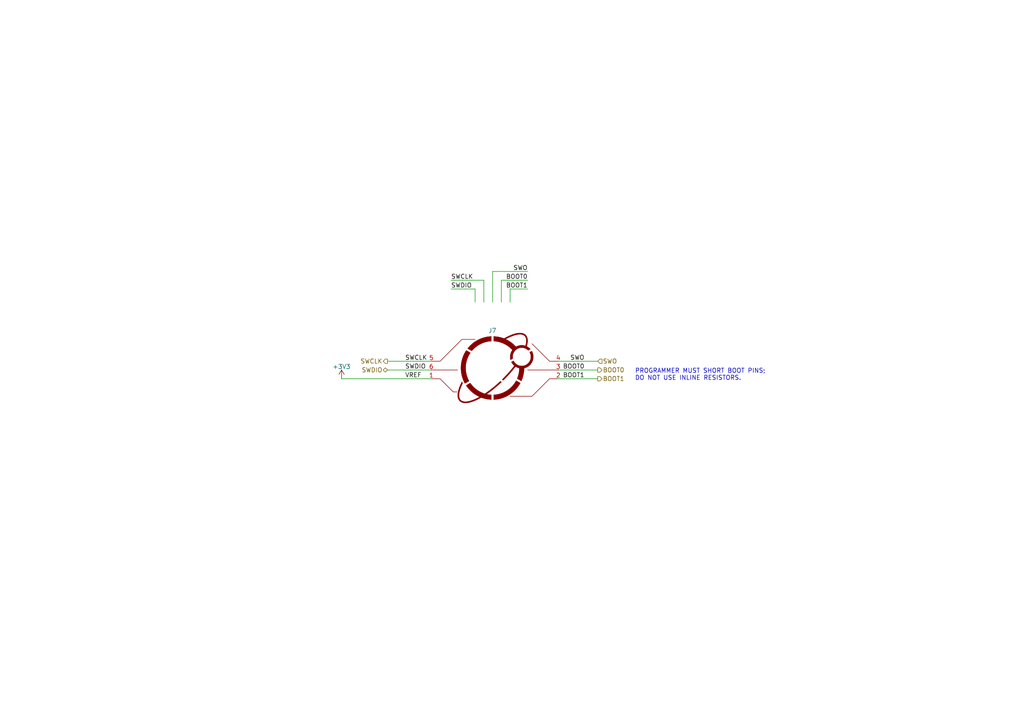
<source format=kicad_sch>
(kicad_sch (version 20230121) (generator eeschema)

  (uuid 59661832-508f-4d79-9567-6c2dc1683514)

  (paper "A4")

  (title_block
    (title "Oro Link")
    (date "2023-05-03")
    (rev "4")
    (company "Oro Operating System")
    (comment 1 "://oro.sh")
    (comment 2 "Joshua Lee Junon")
  )

  (lib_symbols
    (symbol "Oro:OroConn6p" (pin_names (offset 0.002) hide) (in_bom no) (on_board yes)
      (property "Reference" "J?" (at 0 10.16 0)
        (effects (font (size 1.27 1.27)))
      )
      (property "Value" "OroConn6p" (at 0 -14.3768 0)
        (effects (font (size 1.27 1.27)) hide)
      )
      (property "Footprint" "Oro Footprints:OroConn6p" (at 1.1951 -1.2856 0)
        (effects (font (size 1.27 1.27)) hide)
      )
      (property "Datasheet" "" (at 1.1951 -1.2856 0)
        (effects (font (size 1.27 1.27)) hide)
      )
      (property "Sim.Enable" "0" (at 0 0 0)
        (effects (font (size 1.27 1.27)) hide)
      )
      (property "ki_description" "Oro Logo Connector 6 position" (at 0 0 0)
        (effects (font (size 1.27 1.27)) hide)
      )
      (symbol "OroConn6p_0_0"
        (polyline
          (pts
            (xy -6.0375 4.2888)
            (xy -5.9995 4.3233)
            (xy -5.9438 4.3791)
            (xy -5.8751 4.4514)
            (xy -5.7983 4.5353)
            (xy -5.5925 4.7551)
            (xy -5.1969 5.1329)
            (xy -4.775 5.4821)
            (xy -4.3295 5.8012)
            (xy -3.8627 6.0886)
            (xy -3.3771 6.3429)
            (xy -2.8754 6.5626)
            (xy -2.3599 6.7462)
            (xy -1.8332 6.8922)
            (xy -1.6045 6.9429)
            (xy -1.3572 6.989)
            (xy -1.0966 7.0284)
            (xy -0.8138 7.0625)
            (xy -0.4999 7.0926)
            (xy -0.3649 7.1042)
            (xy -0.3649 7.7948)
            (xy -0.3649 8.4853)
            (xy -0.4899 8.4742)
            (xy -0.5743 8.4671)
            (xy -0.6769 8.4589)
            (xy -0.7749 8.4515)
            (xy -0.8362 8.4465)
            (xy -0.9429 8.4362)
            (xy -1.0612 8.4236)
            (xy -1.1749 8.4103)
            (xy -1.1856 8.409)
            (xy -1.772 8.3159)
            (xy -2.3509 8.1841)
            (xy -2.9202 8.0147)
            (xy -3.4775 7.8086)
            (xy -4.0205 7.5669)
            (xy -4.547 7.2905)
            (xy -5.0548 6.9804)
            (xy -5.5415 6.6378)
            (xy -6.0049 6.2635)
            (xy -6.0793 6.1979)
            (xy -6.2436 6.0461)
            (xy -6.4181 5.8767)
            (xy -6.5961 5.6967)
            (xy -6.7705 5.5134)
            (xy -6.9347 5.334)
            (xy -7.0816 5.1654)
            (xy -7.2043 5.0151)
            (xy -7.2468 4.9607)
            (xy -7.1409 4.9006)
            (xy -7.097 4.8755)
            (xy -7.0233 4.833)
            (xy -6.9265 4.7769)
            (xy -6.8124 4.7106)
            (xy -6.6866 4.6374)
            (xy -6.5549 4.5608)
            (xy -6.5422 4.5533)
            (xy -6.417 4.4809)
            (xy -6.303 4.4157)
            (xy -6.2048 4.3604)
            (xy -6.1271 4.3176)
            (xy -6.0746 4.2899)
            (xy -6.0519 4.2799)
            (xy -6.0375 4.2888)
          )
          (stroke (width 0.01) (type default))
          (fill (type outline))
        )
        (polyline
          (pts
            (xy 0.4505 -9.8509)
            (xy 0.5564 -9.8448)
            (xy 0.6862 -9.8346)
            (xy 0.831 -9.8213)
            (xy 0.9818 -9.8055)
            (xy 1.1295 -9.7882)
            (xy 1.2651 -9.7703)
            (xy 1.2781 -9.7685)
            (xy 1.8747 -9.6629)
            (xy 2.4585 -9.5195)
            (xy 3.0287 -9.3387)
            (xy 3.5846 -9.1207)
            (xy 4.1256 -8.866)
            (xy 4.6508 -8.5748)
            (xy 5.1596 -8.2474)
            (xy 5.6513 -7.8843)
            (xy 6.1251 -7.4857)
            (xy 6.3398 -7.2878)
            (xy 6.567 -7.0632)
            (xy 6.7822 -6.832)
            (xy 6.9946 -6.5841)
            (xy 7.2136 -6.3095)
            (xy 7.2794 -6.2229)
            (xy 7.3743 -6.0936)
            (xy 7.4713 -5.9569)
            (xy 7.568 -5.8166)
            (xy 7.6617 -5.6769)
            (xy 7.75 -5.5416)
            (xy 7.8302 -5.4148)
            (xy 7.8998 -5.3004)
            (xy 7.9563 -5.2026)
            (xy 7.997 -5.1252)
            (xy 8.0194 -5.0723)
            (xy 8.021 -5.0479)
            (xy 8.0208 -5.0476)
            (xy 7.999 -5.0339)
            (xy 7.948 -5.0034)
            (xy 7.8728 -4.9591)
            (xy 7.7782 -4.9038)
            (xy 7.6692 -4.8403)
            (xy 7.5506 -4.7714)
            (xy 7.4274 -4.7)
            (xy 7.3044 -4.6289)
            (xy 7.1865 -4.561)
            (xy 7.0787 -4.4991)
            (xy 6.9859 -4.446)
            (xy 6.9129 -4.4046)
            (xy 6.8646 -4.3776)
            (xy 6.846 -4.368)
            (xy 6.8382 -4.3782)
            (xy 6.8139 -4.4169)
            (xy 6.7777 -4.4776)
            (xy 6.7339 -4.5531)
            (xy 6.7186 -4.5796)
            (xy 6.4241 -5.0492)
            (xy 6.098 -5.4953)
            (xy 5.7421 -5.9162)
            (xy 5.3583 -6.3106)
            (xy 4.9481 -6.677)
            (xy 4.5135 -7.0139)
            (xy 4.0561 -7.3199)
            (xy 3.5777 -7.5935)
            (xy 3.0801 -7.8332)
            (xy 2.5651 -8.0376)
            (xy 2.3341 -8.1147)
            (xy 1.9785 -8.2166)
            (xy 1.6087 -8.3048)
            (xy 1.2362 -8.3768)
            (xy 0.8728 -8.4301)
            (xy 0.5301 -8.4623)
            (xy 0.3151 -8.476)
            (xy 0.3151 -9.1642)
            (xy 0.3151 -9.8523)
            (xy 0.394 -9.8523)
            (xy 0.4505 -9.8509)
          )
          (stroke (width 0.01) (type default))
          (fill (type outline))
        )
        (polyline
          (pts
            (xy -7.9952 -5.1338)
            (xy -7.9361 -5.1067)
            (xy -7.8502 -5.062)
            (xy -7.7353 -4.9983)
            (xy -7.5889 -4.9146)
            (xy -7.5138 -4.8712)
            (xy -7.3845 -4.7964)
            (xy -7.2613 -4.7252)
            (xy -7.1514 -4.6617)
            (xy -7.0619 -4.61)
            (xy -6.9999 -4.5742)
            (xy -6.9672 -4.5548)
            (xy -6.9045 -4.5149)
            (xy -6.8612 -4.4831)
            (xy -6.8449 -4.465)
            (xy -6.8496 -4.4503)
            (xy -6.8699 -4.4054)
            (xy -6.9025 -4.3398)
            (xy -6.9435 -4.2616)
            (xy -7.0274 -4.0978)
            (xy -7.175 -3.7742)
            (xy -7.3131 -3.426)
            (xy -7.4383 -3.063)
            (xy -7.5475 -2.6952)
            (xy -7.6372 -2.3323)
            (xy -7.7043 -1.9841)
            (xy -7.7454 -1.6953)
            (xy -7.7889 -1.2349)
            (xy -7.8075 -0.7696)
            (xy -7.8012 -0.3083)
            (xy -7.77 0.1399)
            (xy -7.7137 0.5659)
            (xy -7.7013 0.6381)
            (xy -7.5898 1.164)
            (xy -7.4433 1.6808)
            (xy -7.2635 2.1844)
            (xy -7.0519 2.6706)
            (xy -6.81 3.1355)
            (xy -6.5396 3.5749)
            (xy -6.5193 3.6057)
            (xy -6.4808 3.6662)
            (xy -6.4556 3.7092)
            (xy -6.4482 3.7271)
            (xy -6.4519 3.7293)
            (xy -6.4834 3.7478)
            (xy -6.5435 3.7828)
            (xy -6.628 3.8317)
            (xy -6.7326 3.8922)
            (xy -6.853 3.9617)
            (xy -6.9849 4.0377)
            (xy -7.0312 4.0644)
            (xy -7.1643 4.1411)
            (xy -7.2871 4.2121)
            (xy -7.3949 4.2745)
            (xy -7.4827 4.3255)
            (xy -7.5456 4.3622)
            (xy -7.5788 4.3819)
            (xy -7.6426 4.4207)
            (xy -7.7174 4.3047)
            (xy -7.9186 3.9782)
            (xy -8.2088 3.4458)
            (xy -8.4627 2.8976)
            (xy -8.6797 2.3351)
            (xy -8.8591 1.7596)
            (xy -9.0006 1.1728)
            (xy -9.1035 0.5759)
            (xy -9.1447 0.229)
            (xy -9.1837 -0.3636)
            (xy -9.1844 -0.9593)
            (xy -9.1472 -1.5549)
            (xy -9.0723 -2.1469)
            (xy -8.9601 -2.7319)
            (xy -8.8111 -3.3066)
            (xy -8.6256 -3.8676)
            (xy -8.5964 -3.9444)
            (xy -8.5452 -4.0723)
            (xy -8.4862 -4.2132)
            (xy -8.4221 -4.3616)
            (xy -8.3553 -4.5119)
            (xy -8.2884 -4.6585)
            (xy -8.2239 -4.7959)
            (xy -8.1645 -4.9185)
            (xy -8.1126 -5.0208)
            (xy -8.0708 -5.0971)
            (xy -8.0416 -5.142)
            (xy -8.0299 -5.1444)
            (xy -7.9952 -5.1338)
          )
          (stroke (width 0.01) (type default))
          (fill (type outline))
        )
        (polyline
          (pts
            (xy 8.3352 -4.4479)
            (xy 8.3464 -4.4291)
            (xy 8.3691 -4.3794)
            (xy 8.4006 -4.3053)
            (xy 8.4385 -4.2133)
            (xy 8.48 -4.1096)
            (xy 8.5228 -4.0008)
            (xy 8.5641 -3.8932)
            (xy 8.6015 -3.7933)
            (xy 8.6323 -3.7075)
            (xy 8.6433 -3.6757)
            (xy 8.8068 -3.1437)
            (xy 8.9396 -2.5924)
            (xy 9.0405 -2.0293)
            (xy 9.1081 -1.4621)
            (xy 9.1408 -0.8982)
            (xy 9.1451 -0.7411)
            (xy 9.3751 -0.6749)
            (xy 9.6699 -0.5765)
            (xy 9.989 -0.4343)
            (xy 10.2871 -0.2599)
            (xy 10.5679 -0.0511)
            (xy 10.8351 0.1944)
            (xy 10.9459 0.311)
            (xy 11.1353 0.5386)
            (xy 11.2986 0.7784)
            (xy 11.4446 1.0429)
            (xy 11.4931 1.1431)
            (xy 11.6116 1.4265)
            (xy 11.6992 1.7073)
            (xy 11.7593 1.9978)
            (xy 11.7952 2.3098)
            (xy 11.8019 2.4552)
            (xy 11.8018 2.6285)
            (xy 11.7949 2.8066)
            (xy 11.7817 2.9747)
            (xy 11.7629 3.1179)
            (xy 11.7404 3.229)
            (xy 11.7069 3.3661)
            (xy 11.6671 3.5102)
            (xy 11.6254 3.6462)
            (xy 11.586 3.7588)
            (xy 11.5729 3.792)
            (xy 11.5302 3.8944)
            (xy 11.4857 3.9933)
            (xy 11.4428 4.0819)
            (xy 11.4047 4.1534)
            (xy 11.3749 4.2013)
            (xy 11.3566 4.2188)
            (xy 11.3538 4.218)
            (xy 11.3237 4.2038)
            (xy 11.2683 4.1747)
            (xy 11.1949 4.1346)
            (xy 11.1106 4.0877)
            (xy 11.0228 4.038)
            (xy 10.9386 3.9898)
            (xy 10.8654 3.947)
            (xy 10.8104 3.9137)
            (xy 10.7808 3.894)
            (xy 10.7742 3.8842)
            (xy 10.776 3.8542)
            (xy 10.795 3.8019)
            (xy 10.8331 3.7215)
            (xy 10.9452 3.4658)
            (xy 11.0324 3.1816)
            (xy 11.0837 2.8876)
            (xy 11.1003 2.5775)
            (xy 11.098 2.4178)
            (xy 11.0889 2.2631)
            (xy 11.0713 2.1226)
            (xy 11.0434 1.9826)
            (xy 11.0035 1.8298)
            (xy 11.0026 1.8267)
            (xy 10.8984 1.5322)
            (xy 10.7595 1.2521)
            (xy 10.589 0.9898)
            (xy 10.3899 0.7486)
            (xy 10.1654 0.5319)
            (xy 9.9185 0.3431)
            (xy 9.6523 0.1853)
            (xy 9.3699 0.0621)
            (xy 9.1329 -0.0123)
            (xy 8.8144 -0.0769)
            (xy 8.4955 -0.1022)
            (xy 8.1785 -0.0886)
            (xy 7.8658 -0.0362)
            (xy 7.5598 0.0546)
            (xy 7.2627 0.1835)
            (xy 6.977 0.3503)
            (xy 6.8644 0.4307)
            (xy 6.659 0.6053)
            (xy 6.4652 0.805)
            (xy 6.2921 1.0202)
            (xy 6.1486 1.2414)
            (xy 6.0611 1.3949)
            (xy 5.7631 1.2229)
            (xy 5.6834 1.1769)
            (xy 5.5953 1.1258)
            (xy 5.5247 1.0846)
            (xy 5.4771 1.0567)
            (xy 5.4585 1.0454)
            (xy 5.459 1.0378)
            (xy 5.475 1.002)
            (xy 5.507 0.9436)
            (xy 5.5507 0.8693)
            (xy 5.602 0.7859)
            (xy 5.657 0.7)
            (xy 5.7114 0.6185)
            (xy 5.7611 0.548)
            (xy 5.7716 0.534)
            (xy 5.8362 0.454)
            (xy 5.9184 0.3594)
            (xy 6.0087 0.2608)
            (xy 6.0976 0.169)
            (xy 6.315 -0.0478)
            (xy 6.1014 -0.3214)
            (xy 5.7039 -0.821)
            (xy 5.1328 -1.5074)
            (xy 4.5343 -2.1913)
            (xy 3.9046 -2.8771)
            (xy 3.2401 -3.569)
            (xy 3.1631 -3.6475)
            (xy 3.0582 -3.7552)
            (xy 2.965 -3.8514)
            (xy 2.8868 -3.9327)
            (xy 2.8269 -3.9957)
            (xy 2.7886 -4.0371)
            (xy 2.7751 -4.0534)
            (xy 2.7802 -4.059)
            (xy 2.8123 -4.082)
            (xy 2.8673 -4.117)
            (xy 2.9376 -4.1594)
            (xy 3.1002 -4.2548)
            (xy 3.5834 -3.7659)
            (xy 4.0518 -3.2836)
            (xy 4.6607 -2.6297)
            (xy 5.2498 -1.9665)
            (xy 5.8129 -1.301)
            (xy 6.3439 -0.6401)
            (xy 6.3852 -0.5874)
            (xy 6.4621 -0.4904)
            (xy 6.5292 -0.4071)
            (xy 6.5829 -0.3421)
            (xy 6.6194 -0.2999)
            (xy 6.6351 -0.2848)
            (xy 6.646 -0.2887)
            (xy 6.6863 -0.3085)
            (xy 6.7479 -0.3412)
            (xy 6.8228 -0.3825)
            (xy 6.8497 -0.3973)
            (xy 7.0244 -0.4843)
            (xy 7.2166 -0.5666)
            (xy 7.4098 -0.6377)
            (xy 7.5878 -0.691)
            (xy 7.7606 -0.7351)
            (xy 7.7486 -1.0554)
            (xy 7.7159 -1.5168)
            (xy 7.645 -2.0278)
            (xy 7.5387 -2.5377)
            (xy 7.3987 -3.0395)
            (xy 7.2264 -3.5262)
            (xy 7.2239 -3.5326)
            (xy 7.1902 -3.6198)
            (xy 7.1635 -3.6918)
            (xy 7.1465 -3.7412)
            (xy 7.1417 -3.7609)
            (xy 7.1527 -3.7676)
            (xy 7.1946 -3.7924)
            (xy 7.264 -3.833)
            (xy 7.3568 -3.8872)
            (xy 7.4692 -3.9525)
            (xy 7.597 -4.0266)
            (xy 7.7362 -4.1072)
            (xy 7.8438 -4.1694)
            (xy 7.975 -4.2449)
            (xy 8.0918 -4.3118)
            (xy 8.1903 -4.3679)
            (xy 8.2664 -4.4108)
            (xy 8.316 -4.4383)
            (xy 8.3351 -4.448)
            (xy 8.3352 -4.4479)
          )
          (stroke (width 0.01) (type default))
          (fill (type outline))
        )
        (polyline
          (pts
            (xy -7.7299 -10.8281)
            (xy -7.5573 -10.8204)
            (xy -7.3976 -10.8085)
            (xy -7.2615 -10.7927)
            (xy -6.9697 -10.7426)
            (xy -6.5325 -10.6428)
            (xy -6.0755 -10.5108)
            (xy -5.6002 -10.3471)
            (xy -5.1081 -10.1522)
            (xy -4.6007 -9.9268)
            (xy -4.0795 -9.6715)
            (xy -3.5459 -9.3866)
            (xy -3.3168 -9.2595)
            (xy -2.9759 -9.3748)
            (xy -2.5409 -9.5103)
            (xy -1.9621 -9.6553)
            (xy -1.3748 -9.7621)
            (xy -0.7749 -9.8317)
            (xy -0.685 -9.8388)
            (xy -0.5864 -9.8456)
            (xy -0.5041 -9.8503)
            (xy -0.4499 -9.8521)
            (xy -0.3649 -9.8523)
            (xy -0.3649 -9.1647)
            (xy -0.3649 -8.4771)
            (xy -0.577 -8.4634)
            (xy -0.6648 -8.4567)
            (xy -0.7971 -8.4438)
            (xy -0.9406 -8.4273)
            (xy -1.0889 -8.4081)
            (xy -1.2356 -8.3873)
            (xy -1.3744 -8.3657)
            (xy -1.4989 -8.3443)
            (xy -1.6027 -8.3242)
            (xy -1.6794 -8.3061)
            (xy -1.7227 -8.2912)
            (xy -1.7261 -8.2888)
            (xy -1.7234 -8.2704)
            (xy -1.6897 -8.2383)
            (xy -1.6227 -8.1901)
            (xy -1.3264 -7.9857)
            (xy -0.931 -7.7017)
            (xy -0.519 -7.3938)
            (xy -0.0951 -7.0661)
            (xy 0.3357 -6.7226)
            (xy 0.7686 -6.3671)
            (xy 1.1987 -6.0037)
            (xy 1.6211 -5.6363)
            (xy 2.0309 -5.2688)
            (xy 2.4232 -4.9054)
            (xy 2.6014 -4.7374)
            (xy 2.4387 -4.6427)
            (xy 2.399 -4.62)
            (xy 2.3322 -4.5831)
            (xy 2.2826 -4.5576)
            (xy 2.2589 -4.5481)
            (xy 2.2559 -4.5494)
            (xy 2.2286 -4.5701)
            (xy 2.1781 -4.6128)
            (xy 2.1089 -4.6736)
            (xy 2.0256 -4.7484)
            (xy 1.9328 -4.8334)
            (xy 1.566 -5.1674)
            (xy 1.0386 -5.6323)
            (xy 0.5053 -6.0852)
            (xy -0.0293 -6.5223)
            (xy -0.5607 -6.94)
            (xy -1.0843 -7.3348)
            (xy -1.5956 -7.703)
            (xy -2.0901 -8.0409)
            (xy -2.2652 -8.1571)
            (xy -2.5164 -8.0728)
            (xy -2.6834 -8.0144)
            (xy -3.1825 -7.8125)
            (xy -3.6704 -7.5735)
            (xy -4.144 -7.2994)
            (xy -4.5999 -6.9918)
            (xy -5.0349 -6.6528)
            (xy -5.0368 -6.6512)
            (xy -5.1459 -6.5557)
            (xy -5.2734 -6.4372)
            (xy -5.4124 -6.3027)
            (xy -5.556 -6.1592)
            (xy -5.6973 -6.014)
            (xy -5.8292 -5.8738)
            (xy -5.9449 -5.7459)
            (xy -6.0373 -5.6372)
            (xy -6.1166 -5.5378)
            (xy -6.2151 -5.4102)
            (xy -6.3136 -5.2793)
            (xy -6.4034 -5.1563)
            (xy -6.476 -5.0527)
            (xy -6.4762 -5.0526)
            (xy -6.4961 -5.0622)
            (xy -6.5453 -5.089)
            (xy -6.619 -5.1301)
            (xy -6.7123 -5.1829)
            (xy -6.8203 -5.2443)
            (xy -6.9381 -5.3118)
            (xy -7.061 -5.3824)
            (xy -7.184 -5.4534)
            (xy -7.3024 -5.522)
            (xy -7.4111 -5.5854)
            (xy -7.5054 -5.6407)
            (xy -7.5805 -5.6853)
            (xy -7.6314 -5.7162)
            (xy -7.6532 -5.7307)
            (xy -7.6563 -5.7404)
            (xy -7.6455 -5.7743)
            (xy -7.6138 -5.8317)
            (xy -7.5601 -5.9144)
            (xy -7.4832 -6.0243)
            (xy -7.3821 -6.1633)
            (xy -7.2076 -6.3904)
            (xy -6.9067 -6.7468)
            (xy -6.5785 -7.0977)
            (xy -6.2306 -7.4358)
            (xy -5.8702 -7.7535)
            (xy -5.5049 -8.0434)
            (xy -5.3763 -8.1376)
            (xy -5.0964 -8.33)
            (xy -4.8013 -8.5178)
            (xy -4.5016 -8.6948)
            (xy -4.2076 -8.8546)
            (xy -3.9299 -8.9909)
            (xy -3.9106 -8.9999)
            (xy -3.8466 -9.0317)
            (xy -3.8018 -9.0572)
            (xy -3.7849 -9.0713)
            (xy -3.7905 -9.0767)
            (xy -3.8257 -9.0986)
            (xy -3.8896 -9.1341)
            (xy -3.9774 -9.1809)
            (xy -4.0842 -9.2366)
            (xy -4.2053 -9.2987)
            (xy -4.3361 -9.3649)
            (xy -4.4716 -9.4327)
            (xy -4.6072 -9.4998)
            (xy -4.7381 -9.5638)
            (xy -4.8595 -9.6222)
            (xy -4.9667 -9.6726)
            (xy -5.0549 -9.7127)
            (xy -5.1942 -9.7734)
            (xy -5.6632 -9.9638)
            (xy -6.111 -10.1232)
            (xy -6.54 -10.2522)
            (xy -6.9524 -10.3515)
            (xy -7.3506 -10.4219)
            (xy -7.4342 -10.432)
            (xy -7.5889 -10.444)
            (xy -7.7581 -10.4507)
            (xy -7.9312 -10.4519)
            (xy -8.0971 -10.4476)
            (xy -8.2452 -10.438)
            (xy -8.3644 -10.4229)
            (xy -8.4093 -10.4146)
            (xy -8.6704 -10.347)
            (xy -8.9027 -10.2519)
            (xy -9.1064 -10.1287)
            (xy -9.282 -9.9772)
            (xy -9.4297 -9.7971)
            (xy -9.5498 -9.588)
            (xy -9.6428 -9.3497)
            (xy -9.7088 -9.0817)
            (xy -9.7197 -8.9981)
            (xy -9.7276 -8.8815)
            (xy -9.7324 -8.7434)
            (xy -9.7338 -8.5933)
            (xy -9.732 -8.4406)
            (xy -9.727 -8.2947)
            (xy -9.7188 -8.165)
            (xy -9.7073 -8.0609)
            (xy -9.675 -7.8647)
            (xy -9.5822 -7.4346)
            (xy -9.4568 -6.9852)
            (xy -9.2994 -6.5182)
            (xy -9.1105 -6.0355)
            (xy -8.8907 -5.5389)
            (xy -8.8505 -5.4527)
            (xy -8.8036 -5.3514)
            (xy -8.7639 -5.2649)
            (xy -8.7347 -5.2005)
            (xy -8.7192 -5.1651)
            (xy -8.7123 -5.1425)
            (xy -8.7116 -5.1101)
            (xy -8.7219 -5.0659)
            (xy -8.7452 -5.0018)
            (xy -8.7834 -4.9097)
            (xy -8.8134 -4.8414)
            (xy -8.8469 -4.7695)
            (xy -8.873 -4.7185)
            (xy -8.8879 -4.6964)
            (xy -8.8907 -4.697)
            (xy -8.9094 -4.7213)
            (xy -8.9414 -4.776)
            (xy -8.9846 -4.8564)
            (xy -9.0365 -4.9579)
            (xy -9.095 -5.0758)
            (xy -9.1578 -5.2055)
            (xy -9.2225 -5.3424)
            (xy -9.2869 -5.4817)
            (xy -9.3487 -5.6188)
            (xy -9.4055 -5.7491)
            (xy -9.4351 -5.8186)
            (xy -9.6255 -6.297)
            (xy -9.7852 -6.7558)
            (xy -9.9141 -7.1943)
            (xy -10.0121 -7.612)
            (xy -10.0791 -8.0081)
            (xy -10.1149 -8.3821)
            (xy -10.1195 -8.7334)
            (xy -10.0928 -9.0613)
            (xy -10.0346 -9.3653)
            (xy -9.9844 -9.535)
            (xy -9.8776 -9.7904)
            (xy -9.7405 -10.0204)
            (xy -9.5742 -10.2241)
            (xy -9.3798 -10.4005)
            (xy -9.1586 -10.5485)
            (xy -8.9116 -10.6673)
            (xy -8.64 -10.7558)
            (xy -8.3449 -10.813)
            (xy -8.3416 -10.8135)
            (xy -8.2215 -10.8243)
            (xy -8.0725 -10.8303)
            (xy -7.9052 -10.8315)
            (xy -7.7299 -10.8281)
          )
          (stroke (width 0.01) (type default))
          (fill (type outline))
        )
        (polyline
          (pts
            (xy 5.2603 1.7012)
            (xy 5.2689 1.7065)
            (xy 5.3128 1.7328)
            (xy 5.3812 1.7728)
            (xy 5.4664 1.8223)
            (xy 5.5609 1.8767)
            (xy 5.6013 1.9)
            (xy 5.6876 1.9508)
            (xy 5.7582 1.9937)
            (xy 5.8068 2.0248)
            (xy 5.827 2.0402)
            (xy 5.8271 2.0404)
            (xy 5.829 2.0666)
            (xy 5.8269 2.124)
            (xy 5.8212 2.2042)
            (xy 5.8124 2.2991)
            (xy 5.8042 2.4038)
            (xy 5.8043 2.6813)
            (xy 5.8336 2.9634)
            (xy 5.8904 3.2381)
            (xy 5.973 3.493)
            (xy 6.0851 3.7415)
            (xy 6.2475 4.0182)
            (xy 6.4378 4.2702)
            (xy 6.6535 4.496)
            (xy 6.8918 4.6937)
            (xy 7.1502 4.8618)
            (xy 7.426 4.9985)
            (xy 7.7165 5.1022)
            (xy 8.0191 5.1711)
            (xy 8.331 5.2035)
            (xy 8.6498 5.1978)
            (xy 8.6514 5.1977)
            (xy 8.9459 5.1598)
            (xy 9.2236 5.0928)
            (xy 9.4893 4.9948)
            (xy 9.7477 4.8637)
            (xy 10.0036 4.6973)
            (xy 10.2619 4.4936)
            (xy 10.3502 4.4181)
            (xy 10.6476 4.5907)
            (xy 10.7265 4.6366)
            (xy 10.8151 4.6886)
            (xy 10.8867 4.731)
            (xy 10.9353 4.7604)
            (xy 10.9551 4.7732)
            (xy 10.9538 4.7777)
            (xy 10.9322 4.805)
            (xy 10.8883 4.8524)
            (xy 10.8271 4.9147)
            (xy 10.7534 4.9869)
            (xy 10.5968 5.1286)
            (xy 10.3243 5.3374)
            (xy 10.0396 5.5109)
            (xy 10.0204 5.5215)
            (xy 9.9568 5.5603)
            (xy 9.9154 5.5923)
            (xy 9.9033 5.6124)
            (xy 9.905 5.6178)
            (xy 9.9158 5.6566)
            (xy 9.9336 5.7239)
            (xy 9.9562 5.812)
            (xy 9.9818 5.9132)
            (xy 9.9839 5.9214)
            (xy 10.0437 6.1831)
            (xy 10.0929 6.4433)
            (xy 10.1296 6.6903)
            (xy 10.1516 6.9125)
            (xy 10.1556 6.9903)
            (xy 10.1581 7.1394)
            (xy 10.1557 7.3009)
            (xy 10.1487 7.4644)
            (xy 10.1378 7.6193)
            (xy 10.1234 7.7552)
            (xy 10.106 7.8616)
            (xy 10.089 7.9369)
            (xy 10.0034 8.2175)
            (xy 9.8891 8.4704)
            (xy 9.7464 8.6955)
            (xy 9.5754 8.8924)
            (xy 9.3764 9.0609)
            (xy 9.1495 9.2008)
            (xy 8.8951 9.3117)
            (xy 8.813 9.3402)
            (xy 8.6858 9.3789)
            (xy 8.5627 9.4077)
            (xy 8.4348 9.4281)
            (xy 8.2934 9.4412)
            (xy 8.1298 9.4483)
            (xy 7.9351 9.4507)
            (xy 7.8153 9.4504)
            (xy 7.6425 9.4468)
            (xy 7.4888 9.4384)
            (xy 7.3427 9.4238)
            (xy 7.1927 9.4019)
            (xy 7.0273 9.3713)
            (xy 6.8351 9.3308)
            (xy 6.5321 9.2575)
            (xy 6.0927 9.1285)
            (xy 5.6335 8.9686)
            (xy 5.1565 8.7788)
            (xy 4.6639 8.5598)
            (xy 4.1578 8.3126)
            (xy 3.6405 8.0379)
            (xy 3.3159 7.8589)
            (xy 3.0953 7.9399)
            (xy 2.7397 8.0614)
            (xy 2.3238 8.1814)
            (xy 1.8949 8.2813)
            (xy 1.4469 8.3622)
            (xy 0.974 8.4255)
            (xy 0.4701 8.4722)
            (xy 0.3151 8.4838)
            (xy 0.3151 7.794)
            (xy 0.3151 7.6635)
            (xy 3.7678 7.6635)
            (xy 3.8359 7.7049)
            (xy 3.8446 7.7101)
            (xy 3.9121 7.7482)
            (xy 4.0081 7.7996)
            (xy 4.126 7.8611)
            (xy 4.2596 7.9296)
            (xy 4.4022 8.0016)
            (xy 4.5474 8.074)
            (xy 4.6888 8.1436)
            (xy 4.8198 8.2071)
            (xy 4.9341 8.2611)
            (xy 5.0251 8.3026)
            (xy 5.3168 8.4281)
            (xy 5.73 8.5935)
            (xy 6.1189 8.7332)
            (xy 6.4865 8.848)
            (xy 6.8358 8.9388)
            (xy 7.17 9.0064)
            (xy 7.4921 9.0517)
            (xy 7.8051 9.0755)
            (xy 7.9894 9.0786)
            (xy 8.2881 9.0605)
            (xy 8.5606 9.0125)
            (xy 8.8067 8.9348)
            (xy 9.0262 8.8276)
            (xy 9.2188 8.6908)
            (xy 9.3845 8.5248)
            (xy 9.5231 8.3295)
            (xy 9.6343 8.105)
            (xy 9.718 7.8516)
            (xy 9.7242 7.8278)
            (xy 9.7381 7.7683)
            (xy 9.7485 7.711)
            (xy 9.7558 7.6489)
            (xy 9.7606 7.5748)
            (xy 9.7633 7.4819)
            (xy 9.7646 7.363)
            (xy 9.7648 7.2111)
            (xy 9.7645 7.1133)
            (xy 9.7625 6.9581)
            (xy 9.7583 6.8315)
            (xy 9.7515 6.7263)
            (xy 9.7417 6.6352)
            (xy 9.7285 6.5506)
            (xy 9.7158 6.4837)
            (xy 9.6935 6.3749)
            (xy 9.6678 6.2575)
            (xy 9.6404 6.1382)
            (xy 9.6129 6.0238)
            (xy 9.587 5.9212)
            (xy 9.5643 5.8373)
            (xy 9.5465 5.7789)
            (xy 9.5353 5.7528)
            (xy 9.5234 5.7487)
            (xy 9.4808 5.7522)
            (xy 9.4218 5.7676)
            (xy 9.3692 5.7838)
            (xy 9.2166 5.8218)
            (xy 9.0432 5.8549)
            (xy 8.8625 5.8806)
            (xy 8.6883 5.8965)
            (xy 8.3888 5.9036)
            (xy 8.0247 5.8792)
            (xy 7.6726 5.8171)
            (xy 7.3308 5.7171)
            (xy 6.9975 5.5789)
            (xy 6.9207 5.5426)
            (xy 6.8497 5.5101)
            (xy 6.7994 5.488)
            (xy 6.7775 5.48)
            (xy 6.7764 5.4804)
            (xy 6.7549 5.4984)
            (xy 6.7106 5.5399)
            (xy 6.6478 5.6007)
            (xy 6.5712 5.6765)
            (xy 6.4851 5.7628)
            (xy 6.4779 5.7701)
            (xy 6.2501 5.9935)
            (xy 6.0318 6.1946)
            (xy 5.8107 6.384)
            (xy 5.5747 6.5724)
            (xy 5.4185 6.6904)
            (xy 5.1295 6.8952)
            (xy 4.8303 7.0915)
            (xy 4.5298 7.2737)
            (xy 4.2371 7.4363)
            (xy 3.9611 7.5737)
            (xy 3.7678 7.6635)
            (xy 0.3151 7.6635)
            (xy 0.3151 7.1042)
            (xy 0.4501 7.0922)
            (xy 0.6661 7.0717)
            (xy 0.9644 7.038)
            (xy 1.2364 6.9997)
            (xy 1.4903 6.9553)
            (xy 1.7343 6.9033)
            (xy 1.9764 6.8423)
            (xy 2.2251 6.7707)
            (xy 2.4045 6.7137)
            (xy 2.9212 6.5218)
            (xy 3.4245 6.2931)
            (xy 3.9116 6.029)
            (xy 4.3794 5.7312)
            (xy 4.8251 5.4012)
            (xy 4.9132 5.3293)
            (xy 5.0408 5.2206)
            (xy 5.1739 5.1029)
            (xy 5.305 4.9831)
            (xy 5.4268 4.8679)
            (xy 5.5319 4.7641)
            (xy 5.613 4.6783)
            (xy 5.7384 4.5382)
            (xy 5.6341 4.3755)
            (xy 5.6012 4.3221)
            (xy 5.5283 4.193)
            (xy 5.4532 4.0476)
            (xy 5.3819 3.8984)
            (xy 5.3205 3.7578)
            (xy 5.2751 3.6383)
            (xy 5.2019 3.3819)
            (xy 5.1467 3.1025)
            (xy 5.112 2.8161)
            (xy 5.0995 2.5352)
            (xy 5.1106 2.2728)
            (xy 5.1161 2.2187)
            (xy 5.1315 2.0917)
            (xy 5.1497 1.9669)
            (xy 5.1691 1.8537)
            (xy 5.1883 1.7614)
            (xy 5.2056 1.6996)
            (xy 5.2094 1.691)
            (xy 5.2258 1.6834)
            (xy 5.2603 1.7012)
          )
          (stroke (width 0.01) (type default))
          (fill (type outline))
        )
        (pin unspecified line (at -17.78 -3.81 0) (length 0)
          (name "1" (effects (font (size 0 0))))
          (number "1" (effects (font (size 1.27 1.27))))
        )
        (pin unspecified line (at 19.05 -3.81 0) (length 0)
          (name "2" (effects (font (size 0 0))))
          (number "2" (effects (font (size 1.27 1.27))))
        )
        (pin unspecified line (at 19.05 -1.27 0) (length 0)
          (name "3" (effects (font (size 0 0))))
          (number "3" (effects (font (size 1.27 1.27))))
        )
        (pin unspecified line (at 19.05 1.27 0) (length 0)
          (name "4" (effects (font (size 0 0))))
          (number "4" (effects (font (size 1.27 1.27))))
        )
        (pin unspecified line (at -17.78 1.27 0) (length 0)
          (name "5" (effects (font (size 0 0))))
          (number "5" (effects (font (size 1.27 1.27))))
        )
        (pin unspecified line (at -17.78 -1.27 0) (length 0)
          (name "6" (effects (font (size 0 0))))
          (number "6" (effects (font (size 1.27 1.27))))
        )
      )
      (symbol "OroConn6p_0_1"
        (polyline
          (pts
            (xy -17.78 -1.27)
            (xy -10.16 -1.27)
          )
          (stroke (width 0) (type default))
          (fill (type none))
        )
        (polyline
          (pts
            (xy -11.43 -7.62)
            (xy -10.3125 -7.6199)
          )
          (stroke (width 0) (type default))
          (fill (type none))
        )
        (polyline
          (pts
            (xy 19.05 -1.27)
            (xy 10.16 -1.27)
          )
          (stroke (width 0) (type default))
          (fill (type none))
        )
        (polyline
          (pts
            (xy -17.78 -3.81)
            (xy -15.24 -3.81)
            (xy -11.43 -7.62)
          )
          (stroke (width 0) (type default))
          (fill (type none))
        )
        (polyline
          (pts
            (xy 19.05 1.27)
            (xy 16.51 1.27)
            (xy 11.43 6.35)
          )
          (stroke (width 0) (type default))
          (fill (type none))
        )
        (polyline
          (pts
            (xy -5.08 7.62)
            (xy -8.89 7.62)
            (xy -15.24 1.27)
            (xy -17.78 1.27)
          )
          (stroke (width 0) (type default))
          (fill (type none))
        )
        (polyline
          (pts
            (xy 19.05 -3.81)
            (xy 16.51 -3.81)
            (xy 11.43 -8.89)
            (xy 5.08 -8.89)
          )
          (stroke (width 0) (type default))
          (fill (type none))
        )
      )
    )
    (symbol "power:+3V3" (power) (pin_names (offset 0)) (in_bom yes) (on_board yes)
      (property "Reference" "#PWR" (at 0 -3.81 0)
        (effects (font (size 1.27 1.27)) hide)
      )
      (property "Value" "+3V3" (at 0 3.556 0)
        (effects (font (size 1.27 1.27)))
      )
      (property "Footprint" "" (at 0 0 0)
        (effects (font (size 1.27 1.27)) hide)
      )
      (property "Datasheet" "" (at 0 0 0)
        (effects (font (size 1.27 1.27)) hide)
      )
      (property "ki_keywords" "global power" (at 0 0 0)
        (effects (font (size 1.27 1.27)) hide)
      )
      (property "ki_description" "Power symbol creates a global label with name \"+3V3\"" (at 0 0 0)
        (effects (font (size 1.27 1.27)) hide)
      )
      (symbol "+3V3_0_1"
        (polyline
          (pts
            (xy -0.762 1.27)
            (xy 0 2.54)
          )
          (stroke (width 0) (type default))
          (fill (type none))
        )
        (polyline
          (pts
            (xy 0 0)
            (xy 0 2.54)
          )
          (stroke (width 0) (type default))
          (fill (type none))
        )
        (polyline
          (pts
            (xy 0 2.54)
            (xy 0.762 1.27)
          )
          (stroke (width 0) (type default))
          (fill (type none))
        )
      )
      (symbol "+3V3_1_1"
        (pin power_in line (at 0 0 90) (length 0) hide
          (name "+3V3" (effects (font (size 1.27 1.27))))
          (number "1" (effects (font (size 1.27 1.27))))
        )
      )
    )
  )


  (wire (pts (xy 112.395 107.315) (xy 125.095 107.315))
    (stroke (width 0) (type default))
    (uuid 00d1b7b9-491f-4698-a498-b1c6a77fc173)
  )
  (wire (pts (xy 137.795 87.63) (xy 137.795 83.82))
    (stroke (width 0) (type default))
    (uuid 0a05aca5-2f70-45a3-bc6f-f69017c696ec)
  )
  (wire (pts (xy 140.335 81.28) (xy 130.81 81.28))
    (stroke (width 0) (type default))
    (uuid 112b06c4-defd-461a-8e26-e401ceec71eb)
  )
  (wire (pts (xy 161.925 107.315) (xy 173.355 107.315))
    (stroke (width 0) (type default))
    (uuid 1fc324a0-f250-44f2-b500-67f8ae56eda9)
  )
  (wire (pts (xy 140.335 87.63) (xy 140.335 81.28))
    (stroke (width 0) (type default))
    (uuid 341616ef-35ec-495c-9758-8b7892dca082)
  )
  (wire (pts (xy 145.415 87.63) (xy 145.415 81.28))
    (stroke (width 0) (type default))
    (uuid 5c7e7c9b-d445-43e1-b9bf-2848cfbcc832)
  )
  (wire (pts (xy 161.925 104.775) (xy 173.355 104.775))
    (stroke (width 0) (type default))
    (uuid 661c1d84-531d-453d-8b57-f5e9b8586c6a)
  )
  (wire (pts (xy 161.925 109.855) (xy 173.355 109.855))
    (stroke (width 0) (type default))
    (uuid 6ddf5722-4855-4adf-af47-616bd51e61e9)
  )
  (wire (pts (xy 142.875 78.74) (xy 153.035 78.74))
    (stroke (width 0) (type default))
    (uuid 7251e1b2-bdef-49d4-b570-031f1652a0c8)
  )
  (wire (pts (xy 142.875 87.63) (xy 142.875 78.74))
    (stroke (width 0) (type default))
    (uuid 7fb5c859-a115-4c02-8f6f-0602b98d4227)
  )
  (wire (pts (xy 147.955 87.63) (xy 147.955 83.82))
    (stroke (width 0) (type default))
    (uuid 9db48904-0b35-4404-b1b1-b6d0a6cc8f8b)
  )
  (wire (pts (xy 112.395 104.775) (xy 125.095 104.775))
    (stroke (width 0) (type default))
    (uuid ab759ad7-67e9-417a-b06d-14fbf0d4e460)
  )
  (wire (pts (xy 99.06 109.855) (xy 125.095 109.855))
    (stroke (width 0) (type default))
    (uuid ac01bab1-8928-427e-9c15-4b49f62bc17e)
  )
  (wire (pts (xy 137.795 83.82) (xy 130.81 83.82))
    (stroke (width 0) (type default))
    (uuid df773d40-4475-41ff-b930-c69d2f13a639)
  )
  (wire (pts (xy 147.955 83.82) (xy 153.035 83.82))
    (stroke (width 0) (type default))
    (uuid f4f6988b-7858-4a9f-8dde-6e54cefb38e9)
  )
  (wire (pts (xy 145.415 81.28) (xy 153.035 81.28))
    (stroke (width 0) (type default))
    (uuid f687e886-9130-4bfa-a627-0edb11d30600)
  )

  (text "PROGRAMMER MUST SHORT BOOT PINS;\nDO NOT USE INLINE RESISTORS."
    (at 184.15 110.49 0)
    (effects (font (size 1.27 1.27)) (justify left bottom))
    (uuid 657ce17d-fdf2-4b06-9900-c61911aa138c)
  )

  (label "BOOT1" (at 169.545 109.855 180) (fields_autoplaced)
    (effects (font (size 1.27 1.27)) (justify right bottom))
    (uuid 11a18b69-9d1e-44b3-96dc-f9eaa965bece)
  )
  (label "SWO" (at 153.035 78.74 180) (fields_autoplaced)
    (effects (font (size 1.27 1.27)) (justify right bottom))
    (uuid 1511d5a5-49d2-4f15-9887-afbfbb603c0c)
  )
  (label "BOOT0" (at 153.035 81.28 180) (fields_autoplaced)
    (effects (font (size 1.27 1.27)) (justify right bottom))
    (uuid 1642c1cf-9351-4b47-9109-fd329cee4610)
  )
  (label "VREF" (at 117.475 109.855 0) (fields_autoplaced)
    (effects (font (size 1.27 1.27)) (justify left bottom))
    (uuid 2a51a889-c2a5-4642-a96a-5a5962ac2e9e)
  )
  (label "SWCLK" (at 130.81 81.28 0) (fields_autoplaced)
    (effects (font (size 1.27 1.27)) (justify left bottom))
    (uuid 52183dd0-6c6f-4244-a69b-774e00088c60)
  )
  (label "SWDIO" (at 117.475 107.315 0) (fields_autoplaced)
    (effects (font (size 1.27 1.27)) (justify left bottom))
    (uuid 7386e01a-5f8f-40c7-9041-748ee4cefe27)
  )
  (label "SWCLK" (at 117.475 104.775 0) (fields_autoplaced)
    (effects (font (size 1.27 1.27)) (justify left bottom))
    (uuid 806569f4-a2f4-444e-b506-6ceff712c275)
  )
  (label "SWDIO" (at 130.81 83.82 0) (fields_autoplaced)
    (effects (font (size 1.27 1.27)) (justify left bottom))
    (uuid a847285d-730e-4b41-b93d-8bdf1a437ce6)
  )
  (label "SWO" (at 169.545 104.775 180) (fields_autoplaced)
    (effects (font (size 1.27 1.27)) (justify right bottom))
    (uuid b5cdcd6f-5736-45a4-9c8a-b92850284013)
  )
  (label "BOOT0" (at 169.545 107.315 180) (fields_autoplaced)
    (effects (font (size 1.27 1.27)) (justify right bottom))
    (uuid f13f1a5a-f6c5-4253-8187-fe3ab14a6cfe)
  )
  (label "BOOT1" (at 153.035 83.82 180) (fields_autoplaced)
    (effects (font (size 1.27 1.27)) (justify right bottom))
    (uuid fc8a5fb1-4583-4937-a3cf-fe2b7d1782d1)
  )

  (hierarchical_label "SWCLK" (shape output) (at 112.395 104.775 180) (fields_autoplaced)
    (effects (font (size 1.27 1.27)) (justify right))
    (uuid 055b8829-4d3f-4704-a261-2dc854db9903)
  )
  (hierarchical_label "BOOT1" (shape output) (at 173.355 109.855 0) (fields_autoplaced)
    (effects (font (size 1.27 1.27)) (justify left))
    (uuid 0e81107d-adf9-4834-a4e4-81931b882999)
  )
  (hierarchical_label "BOOT0" (shape output) (at 173.355 107.315 0) (fields_autoplaced)
    (effects (font (size 1.27 1.27)) (justify left))
    (uuid 9acfb1c6-7e13-457a-9370-04fec3e5bfb0)
  )
  (hierarchical_label "SWDIO" (shape bidirectional) (at 112.395 107.315 180) (fields_autoplaced)
    (effects (font (size 1.27 1.27)) (justify right))
    (uuid a227d7bf-1c35-4595-9a43-58fd057cdd25)
  )
  (hierarchical_label "SWO" (shape input) (at 173.355 104.775 0) (fields_autoplaced)
    (effects (font (size 1.27 1.27)) (justify left))
    (uuid cc98a820-9bcc-4041-974c-9fd6d89776cf)
  )

  (symbol (lib_id "Oro:OroConn6p") (at 142.875 106.045 0) (unit 1)
    (in_bom no) (on_board yes) (dnp no)
    (uuid 7c3d8a37-cbdf-4b29-aeed-f95b4cf28d44)
    (property "Reference" "J7" (at 141.605 95.885 0)
      (effects (font (size 1.27 1.27)) (justify left))
    )
    (property "Value" "OroConn6p" (at 142.875 120.4218 0)
      (effects (font (size 1.27 1.27)) hide)
    )
    (property "Footprint" "Oro Footprints:OroConn6p_WithMounts" (at 144.0701 107.3306 0)
      (effects (font (size 1.27 1.27)) hide)
    )
    (property "Datasheet" "" (at 144.0701 107.3306 0)
      (effects (font (size 1.27 1.27)) hide)
    )
    (property "Sim.Enable" "0" (at 142.875 106.045 0)
      (effects (font (size 1.27 1.27)) hide)
    )
    (pin "1" (uuid 12f7d1e7-4c5d-401c-be17-88391af719fc))
    (pin "2" (uuid 7b38e943-b812-4253-91f9-cdd1a67ced75))
    (pin "3" (uuid d951244c-2818-4144-b59d-d3fa7cde680f))
    (pin "4" (uuid 1747cf7a-5344-476f-96c9-314e93eff937))
    (pin "5" (uuid ac0a0418-b57e-4dea-acca-ebae8421b48d))
    (pin "6" (uuid 5a49a5c4-f29e-4ea2-b573-59548d622454))
    (instances
      (project "OroLink"
        (path "/e89dcd22-1250-4a5b-b778-1c95a0dd623d/259c9346-7ad9-40c3-9e14-9b19afc78ddf"
          (reference "J7") (unit 1)
        )
      )
    )
  )

  (symbol (lib_id "power:+3V3") (at 99.06 109.855 0) (unit 1)
    (in_bom yes) (on_board yes) (dnp no) (fields_autoplaced)
    (uuid c3619692-46af-4a2d-9c50-3b15d8add45a)
    (property "Reference" "#PWR076" (at 99.06 113.665 0)
      (effects (font (size 1.27 1.27)) hide)
    )
    (property "Value" "+3V3" (at 99.06 106.3531 0)
      (effects (font (size 1.27 1.27)))
    )
    (property "Footprint" "" (at 99.06 109.855 0)
      (effects (font (size 1.27 1.27)) hide)
    )
    (property "Datasheet" "" (at 99.06 109.855 0)
      (effects (font (size 1.27 1.27)) hide)
    )
    (pin "1" (uuid 3cd5b3a3-a8ff-4d59-9d21-43b928fbb1b4))
    (instances
      (project "OroLink"
        (path "/e89dcd22-1250-4a5b-b778-1c95a0dd623d/259c9346-7ad9-40c3-9e14-9b19afc78ddf"
          (reference "#PWR076") (unit 1)
        )
      )
    )
  )
)

</source>
